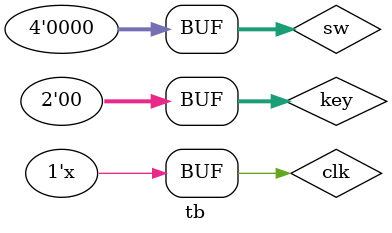
<source format=v>
module tb;

reg clk = 0;
reg [1:0] key = 0;
reg [3:0] sw = 0;
wire [7:0] led;

de0_nano_soc_baseline press_multiplier(clk, key, sw, led);

always #5 clk <= ~clk;

initial 
begin
	// key[0] is ON, go to stage 1
	#10 key = 2'b01;	
	// in stage 1 increment press_counter_A when key[1] is ON	
	#10 key = 2'b10; // press_counter_A = 1
	#10 key = 2'b00; // turn off bits
	
	#10 key = 2'b10; // press_counter_A = 2
	#10 key = 2'b00; // turn off bits
	
	#10 key = 2'b10; // press_counter_A = 3	
	#10 key = 2'b00; // turn off bits
	
	// key[0] is ON, go to stage 2, 
	#10 key = 2'b01;
	// in stage 1 increment press_counter_B 	
	#10 key = 2'b10; // press_counter_B = 1
	#10 key = 2'b00; // turn off bits
	
	#10 key = 2'b10; // press_counter_B = 2
	#10 key = 2'b00; // turn off bits
	
	// go to stage 3 
	// the OUTPUT of multiplication
	#10 key = 2'b01;
	#10 key = 2'b00;
	
	// go to stage 0	
	#10 key = 2'b01; 
	#10 key = 2'b00;
end

endmodule

</source>
